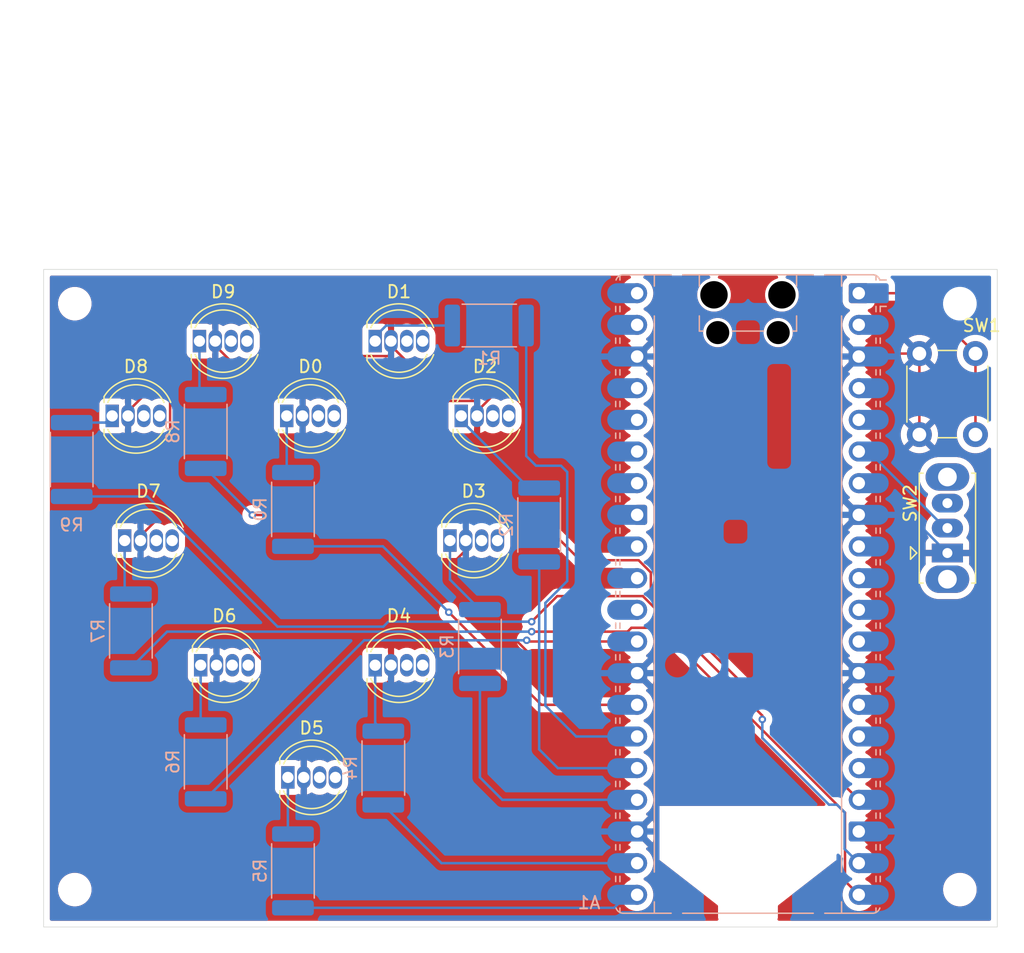
<source format=kicad_pcb>
(kicad_pcb (version 20241229) (generator "pcbnew") (generator_version "9.0")
  (layers (0 "F.Cu" signal) (2 "B.Cu" signal) (13 "F.Paste" user) (15 "B.Paste" user) (5 "F.SilkS" user "F.Silkscreen") (7 "B.SilkS" user "B.Silkscreen") (1 "F.Mask" user) (3 "B.Mask" user) (25 "Edge.Cuts" user))
  (net 0 "")
  (net 2 "RED7")
  (net 8 "RED4")
  (net 13 "RED6")
  (net 15 "RED3")
  (net 17 "RED1")
  (net 18 "RED0")
  (net 19 "RED2")
  (net 21 "RED5")
  (net 22 "GND")
  (net 41 "RED8")
  (net 42 "RED9")
  (net 45 "Net-(D0-RA)")
  (net 46 "Net-(D1-RA)")
  (net 47 "Net-(D2-RA)")
  (net 48 "Net-(D3-RA)")
  (net 49 "Net-(D4-RA)")
  (net 50 "Net-(D5-RA)")
  (net 51 "Net-(D6-RA)")
  (net 52 "Net-(D7-RA)")
  (net 53 "Net-(D8-RA)")
  (net 54 "Net-(D9-RA)")
  (net 59 "Net-(A1-GPIO0)")
  (net 64 "Net-(A1-GPIO4)")
  (footprint "LED_THT:LED_D5.0mm-4_RGB" (layer "F.Cu") (at 96.095 63)
    (property "Reference" "D5" (at 1.905 -3.96 0) (layer "F.SilkS"))
    (property "Value" "LED_RKGB")
    (pad "1" thru_hole rect (at 0 0) (size 1.07 1.8) (drill 0.9) (layers "*.Cu" "*.Mask") (net 50 "Net-(D5-RA)"))
    (pad "2" thru_hole oval (at 1.27 0) (size 1.07 1.8) (drill 0.9) (layers "*.Cu" "*.Mask") (net 22 "GND"))
    (pad "3" thru_hole oval (at 2.54 0) (size 1.07 1.8) (drill 0.9) (layers "*.Cu" "*.Mask"))
    (pad "4" thru_hole oval (at 3.81 0) (size 1.07 1.8) (drill 0.9) (layers "*.Cu" "*.Mask"))
  )
  (footprint "LED_THT:LED_D5.0mm-4_RGB" (layer "F.Cu") (at 89.095 54)
    (property "Reference" "D6" (at 1.905 -3.96 0) (layer "F.SilkS"))
    (property "Value" "LED_RKGB")
    (pad "1" thru_hole rect (at 0 0) (size 1.07 1.8) (drill 0.9) (layers "*.Cu" "*.Mask") (net 51 "Net-(D6-RA)"))
    (pad "2" thru_hole oval (at 1.27 0) (size 1.07 1.8) (drill 0.9) (layers "*.Cu" "*.Mask") (net 22 "GND"))
    (pad "3" thru_hole oval (at 2.54 0) (size 1.07 1.8) (drill 0.9) (layers "*.Cu" "*.Mask"))
    (pad "4" thru_hole oval (at 3.81 0) (size 1.07 1.8) (drill 0.9) (layers "*.Cu" "*.Mask"))
  )
  (footprint "LED_THT:LED_D5.0mm-4_RGB" (layer "F.Cu") (at 83 44)
    (property "Reference" "D7" (at 1.905 -3.96 0) (layer "F.SilkS"))
    (property "Value" "LED_RKGB")
    (pad "1" thru_hole rect (at 0 0) (size 1.07 1.8) (drill 0.9) (layers "*.Cu" "*.Mask") (net 52 "Net-(D7-RA)"))
    (pad "2" thru_hole oval (at 1.27 0) (size 1.07 1.8) (drill 0.9) (layers "*.Cu" "*.Mask") (net 22 "GND"))
    (pad "3" thru_hole oval (at 2.54 0) (size 1.07 1.8) (drill 0.9) (layers "*.Cu" "*.Mask"))
    (pad "4" thru_hole oval (at 3.81 0) (size 1.07 1.8) (drill 0.9) (layers "*.Cu" "*.Mask"))
  )
  (footprint "MountingHole:MountingHole_2.2mm_M2" (layer "F.Cu") (at 150 72)
    (property "Reference" "H3" (hide yes))
    (property "Value" "MountingHole")
    (pad "" np_thru_hole circle (at 0 0) (size 2.2 2.2) (drill 2.2) (layers "*.Cu" "*.Mask"))
  )
  (footprint "Button_Switch_THT:SW_PUSH_6mm_H4.3mm" (layer "F.Cu") (at 151.25 29 -90)
    (property "Reference" "SW1" (at -2.25 -0.5 180) (layer "F.SilkS"))
    (property "Value" "SW_Push")
    (pad "1" thru_hole circle (at 0 0) (size 2 2) (drill 1.1) (layers "*.Cu" "*.Mask") (net 59 "Net-(A1-GPIO0)"))
    (pad "1" thru_hole circle (at 6.5 0) (size 2 2) (drill 1.1) (layers "*.Cu" "*.Mask") (net 59 "Net-(A1-GPIO0)"))
    (pad "2" thru_hole circle (at 0 4.5) (size 2 2) (drill 1.1) (layers "*.Cu" "*.Mask") (net 22 "GND"))
    (pad "2" thru_hole circle (at 6.5 4.5) (size 2 2) (drill 1.1) (layers "*.Cu" "*.Mask") (net 22 "GND"))
  )
  (footprint "MountingHole:MountingHole_2.2mm_M2" (layer "F.Cu") (at 79 72)
    (property "Reference" "H2" (hide yes))
    (property "Value" "MountingHole")
    (pad "" np_thru_hole circle (at 0 0) (size 2.2 2.2) (drill 2.2) (layers "*.Cu" "*.Mask"))
  )
  (footprint "LED_THT:LED_D5.0mm-4_RGB" (layer "F.Cu") (at 82 34)
    (property "Reference" "D8" (at 1.905 -3.96 0) (layer "F.SilkS"))
    (property "Value" "LED_RKGB")
    (pad "1" thru_hole rect (at 0 0) (size 1.07 1.8) (drill 0.9) (layers "*.Cu" "*.Mask") (net 53 "Net-(D8-RA)"))
    (pad "2" thru_hole oval (at 1.27 0) (size 1.07 1.8) (drill 0.9) (layers "*.Cu" "*.Mask") (net 22 "GND"))
    (pad "3" thru_hole oval (at 2.54 0) (size 1.07 1.8) (drill 0.9) (layers "*.Cu" "*.Mask"))
    (pad "4" thru_hole oval (at 3.81 0) (size 1.07 1.8) (drill 0.9) (layers "*.Cu" "*.Mask"))
  )
  (footprint "LED_THT:LED_D5.0mm-4_RGB" (layer "F.Cu") (at 110 34)
    (property "Reference" "D2" (at 1.905 -3.96 0) (layer "F.SilkS"))
    (property "Value" "LED_RKGB")
    (pad "1" thru_hole rect (at 0 0) (size 1.07 1.8) (drill 0.9) (layers "*.Cu" "*.Mask") (net 47 "Net-(D2-RA)"))
    (pad "2" thru_hole oval (at 1.27 0) (size 1.07 1.8) (drill 0.9) (layers "*.Cu" "*.Mask") (net 22 "GND"))
    (pad "3" thru_hole oval (at 2.54 0) (size 1.07 1.8) (drill 0.9) (layers "*.Cu" "*.Mask"))
    (pad "4" thru_hole oval (at 3.81 0) (size 1.07 1.8) (drill 0.9) (layers "*.Cu" "*.Mask"))
  )
  (footprint "LED_THT:LED_D5.0mm-4_RGB" (layer "F.Cu") (at 103.095 28)
    (property "Reference" "D1" (at 1.905 -3.96 0) (layer "F.SilkS"))
    (property "Value" "LED_RKGB")
    (pad "1" thru_hole rect (at 0 0) (size 1.07 1.8) (drill 0.9) (layers "*.Cu" "*.Mask") (net 46 "Net-(D1-RA)"))
    (pad "2" thru_hole oval (at 1.27 0) (size 1.07 1.8) (drill 0.9) (layers "*.Cu" "*.Mask") (net 22 "GND"))
    (pad "3" thru_hole oval (at 2.54 0) (size 1.07 1.8) (drill 0.9) (layers "*.Cu" "*.Mask"))
    (pad "4" thru_hole oval (at 3.81 0) (size 1.07 1.8) (drill 0.9) (layers "*.Cu" "*.Mask"))
  )
  (footprint "Button_Switch_THT:SW_Slide_SPDT_Straight_CK_OS102011MS2Q" (layer "F.Cu") (at 149 45 90)
    (property "Reference" "SW2" (at 3.99 -2.99 90) (layer "F.SilkS"))
    (property "Value" "SW_Push")
    (pad "" thru_hole oval (at -2.1 0 90) (size 2.2 3.5) (drill 1.5) (layers "*.Cu" "*.Mask"))
    (pad "" thru_hole oval (at 6.1 0 90) (size 2.2 3.5) (drill 1.5) (layers "*.Cu" "*.Mask"))
    (pad "1" thru_hole rect (at 0 0 90) (size 1.5 2.5) (drill 0.8) (layers "*.Cu" "*.Mask") (net 22 "GND"))
    (pad "2" thru_hole oval (at 2 0 90) (size 1.5 2.5) (drill 0.8) (layers "*.Cu" "*.Mask") (net 64 "Net-(A1-GPIO4)"))
    (pad "3" thru_hole oval (at 4 0 90) (size 1.5 2.5) (drill 0.8) (layers "*.Cu" "*.Mask"))
  )
  (footprint "LED_THT:LED_D5.0mm-4_RGB" (layer "F.Cu") (at 89 28)
    (property "Reference" "D9" (at 1.905 -3.96 0) (layer "F.SilkS"))
    (property "Value" "LED_RKGB")
    (pad "1" thru_hole rect (at 0 0) (size 1.07 1.8) (drill 0.9) (layers "*.Cu" "*.Mask") (net 54 "Net-(D9-RA)"))
    (pad "2" thru_hole oval (at 1.27 0) (size 1.07 1.8) (drill 0.9) (layers "*.Cu" "*.Mask") (net 22 "GND"))
    (pad "3" thru_hole oval (at 2.54 0) (size 1.07 1.8) (drill 0.9) (layers "*.Cu" "*.Mask"))
    (pad "4" thru_hole oval (at 3.81 0) (size 1.07 1.8) (drill 0.9) (layers "*.Cu" "*.Mask"))
  )
  (footprint "LED_THT:LED_D5.0mm-4_RGB" (layer "F.Cu") (at 96 34)
    (property "Reference" "D0" (at 1.905 -3.96 0) (layer "F.SilkS"))
    (property "Value" "LED_RKGB")
    (pad "1" thru_hole rect (at 0 0) (size 1.07 1.8) (drill 0.9) (layers "*.Cu" "*.Mask") (net 45 "Net-(D0-RA)"))
    (pad "2" thru_hole oval (at 1.27 0) (size 1.07 1.8) (drill 0.9) (layers "*.Cu" "*.Mask") (net 22 "GND"))
    (pad "3" thru_hole oval (at 2.54 0) (size 1.07 1.8) (drill 0.9) (layers "*.Cu" "*.Mask"))
    (pad "4" thru_hole oval (at 3.81 0) (size 1.07 1.8) (drill 0.9) (layers "*.Cu" "*.Mask"))
  )
  (footprint "MountingHole:MountingHole_2.2mm_M2" (layer "F.Cu") (at 79 25)
    (property "Reference" "H1" (hide yes))
    (property "Value" "MountingHole")
    (pad "" np_thru_hole circle (at 0 0) (size 2.2 2.2) (drill 2.2) (layers "*.Cu" "*.Mask"))
  )
  (footprint "LED_THT:LED_D5.0mm-4_RGB" (layer "F.Cu") (at 109.095 44)
    (property "Reference" "D3" (at 1.905 -3.96 0) (layer "F.SilkS"))
    (property "Value" "LED_RKGB")
    (pad "1" thru_hole rect (at 0 0) (size 1.07 1.8) (drill 0.9) (layers "*.Cu" "*.Mask") (net 48 "Net-(D3-RA)"))
    (pad "2" thru_hole oval (at 1.27 0) (size 1.07 1.8) (drill 0.9) (layers "*.Cu" "*.Mask") (net 22 "GND"))
    (pad "3" thru_hole oval (at 2.54 0) (size 1.07 1.8) (drill 0.9) (layers "*.Cu" "*.Mask"))
    (pad "4" thru_hole oval (at 3.81 0) (size 1.07 1.8) (drill 0.9) (layers "*.Cu" "*.Mask"))
  )
  (footprint "LED_THT:LED_D5.0mm-4_RGB" (layer "F.Cu") (at 103.095 54)
    (property "Reference" "D4" (at 1.905 -3.96 0) (layer "F.SilkS"))
    (property "Value" "LED_RKGB")
    (pad "1" thru_hole rect (at 0 0) (size 1.07 1.8) (drill 0.9) (layers "*.Cu" "*.Mask") (net 49 "Net-(D4-RA)"))
    (pad "2" thru_hole oval (at 1.27 0) (size 1.07 1.8) (drill 0.9) (layers "*.Cu" "*.Mask") (net 22 "GND"))
    (pad "3" thru_hole oval (at 2.54 0) (size 1.07 1.8) (drill 0.9) (layers "*.Cu" "*.Mask"))
    (pad "4" thru_hole oval (at 3.81 0) (size 1.07 1.8) (drill 0.9) (layers "*.Cu" "*.Mask"))
  )
  (footprint "MountingHole:MountingHole_2.2mm_M2" (layer "F.Cu") (at 150 25)
    (property "Reference" "H4" (hide yes))
    (property "Value" "MountingHole")
    (pad "" np_thru_hole circle (at 0 0) (size 2.2 2.2) (drill 2.2) (layers "*.Cu" "*.Mask"))
  )
  (footprint "Resistor_SMD:R_2512_6332Metric" (layer "B.Cu") (at 78.75 37.5 -90)
    (property "Reference" "R9" (at 5.25 0 180) (layer "B.SilkS") (effects (justify mirror)))
    (property "Value" "560Ohm")
    (pad "1" smd roundrect (at -2.9625 0 270) (size 1.225 3.35) (layers "B.Cu" "B.Mask" "B.Paste") (roundrect_rratio 0.204082) (net 53 "Net-(D8-RA)"))
    (pad "2" smd roundrect (at 2.9625 0 270) (size 1.225 3.35) (layers "B.Cu" "B.Mask" "B.Paste") (roundrect_rratio 0.204082) (net 41 "RED8"))
  )
  (footprint "Resistor_SMD:R_2512_6332Metric" (layer "B.Cu") (at 96.5 70.5 -90)
    (property "Reference" "R5" (at 0 2.63 90) (layer "B.SilkS") (effects (justify mirror)))
    (property "Value" "560Ohm")
    (pad "1" smd roundrect (at -2.9625 0 270) (size 1.225 3.35) (layers "B.Cu" "B.Mask" "B.Paste") (roundrect_rratio 0.204082) (net 50 "Net-(D5-RA)"))
    (pad "2" smd roundrect (at 2.9625 0 270) (size 1.225 3.35) (layers "B.Cu" "B.Mask" "B.Paste") (roundrect_rratio 0.204082) (net 21 "RED5"))
  )
  (footprint "Resistor_SMD:R_2512_6332Metric" (layer "B.Cu") (at 83.5 51.25 -90)
    (property "Reference" "R7" (at 0 2.63 90) (layer "B.SilkS") (effects (justify mirror)))
    (property "Value" "560Ohm")
    (pad "1" smd roundrect (at -2.9625 0 270) (size 1.225 3.35) (layers "B.Cu" "B.Mask" "B.Paste") (roundrect_rratio 0.204082) (net 52 "Net-(D7-RA)"))
    (pad "2" smd roundrect (at 2.9625 0 270) (size 1.225 3.35) (layers "B.Cu" "B.Mask" "B.Paste") (roundrect_rratio 0.204082) (net 2 "RED7"))
  )
  (footprint "Resistor_SMD:R_2512_6332Metric" (layer "B.Cu") (at 89.5 35.25 -90)
    (property "Reference" "R8" (at 0 2.63 90) (layer "B.SilkS") (effects (justify mirror)))
    (property "Value" "560Ohm")
    (pad "1" smd roundrect (at -2.9625 0 270) (size 1.225 3.35) (layers "B.Cu" "B.Mask" "B.Paste") (roundrect_rratio 0.204082) (net 54 "Net-(D9-RA)"))
    (pad "2" smd roundrect (at 2.9625 0 270) (size 1.225 3.35) (layers "B.Cu" "B.Mask" "B.Paste") (roundrect_rratio 0.204082) (net 42 "RED9"))
  )
  (footprint "Resistor_SMD:R_2512_6332Metric" (layer "B.Cu") (at 112.25 26.75)
    (property "Reference" "R1" (at 0 2.63 0) (layer "B.SilkS") (effects (justify mirror)))
    (property "Value" "560Ohm")
    (pad "1" smd roundrect (at -2.9625 0) (size 1.225 3.35) (layers "B.Cu" "B.Mask" "B.Paste") (roundrect_rratio 0.204082) (net 46 "Net-(D1-RA)"))
    (pad "2" smd roundrect (at 2.9625 0) (size 1.225 3.35) (layers "B.Cu" "B.Mask" "B.Paste") (roundrect_rratio 0.204082) (net 17 "RED1"))
  )
  (footprint "Resistor_SMD:R_2512_6332Metric" (layer "B.Cu") (at 111.5 52.5 -90)
    (property "Reference" "R3" (at 0 2.63 90) (layer "B.SilkS") (effects (justify mirror)))
    (property "Value" "R_Small")
    (pad "1" smd roundrect (at -2.9625 0 270) (size 1.225 3.35) (layers "B.Cu" "B.Mask" "B.Paste") (roundrect_rratio 0.204082) (net 48 "Net-(D3-RA)"))
    (pad "2" smd roundrect (at 2.9625 0 270) (size 1.225 3.35) (layers "B.Cu" "B.Mask" "B.Paste") (roundrect_rratio 0.204082) (net 15 "RED3"))
  )
  (footprint "Resistor_SMD:R_2512_6332Metric" (layer "B.Cu") (at 89.5 61.75 -90)
    (property "Reference" "R6" (at 0 2.63 90) (layer "B.SilkS") (effects (justify mirror)))
    (property "Value" "560Ohm")
    (pad "1" smd roundrect (at -2.9625 0 270) (size 1.225 3.35) (layers "B.Cu" "B.Mask" "B.Paste") (roundrect_rratio 0.204082) (net 51 "Net-(D6-RA)"))
    (pad "2" smd roundrect (at 2.9625 0 270) (size 1.225 3.35) (layers "B.Cu" "B.Mask" "B.Paste") (roundrect_rratio 0.204082) (net 13 "RED6"))
  )
  (footprint "Resistor_SMD:R_2512_6332Metric" (layer "B.Cu") (at 116.25 42.75 -90)
    (property "Reference" "R2" (at 0 2.63 90) (layer "B.SilkS") (effects (justify mirror)))
    (property "Value" "560Ohm" (hide yes))
    (pad "1" smd roundrect (at -2.9625 0 270) (size 1.225 3.35) (layers "B.Cu" "B.Mask" "B.Paste") (roundrect_rratio 0.204082) (net 47 "Net-(D2-RA)"))
    (pad "2" smd roundrect (at 2.9625 0 270) (size 1.225 3.35) (layers "B.Cu" "B.Mask" "B.Paste") (roundrect_rratio 0.204082) (net 19 "RED2"))
  )
  (footprint "Resistor_SMD:R_2512_6332Metric" (layer "B.Cu") (at 103.75 62.25 -90)
    (property "Reference" "R4" (at 0 2.63 90) (layer "B.SilkS") (effects (justify mirror)))
    (property "Value" "560Ohm")
    (pad "1" smd roundrect (at -2.9625 0 270) (size 1.225 3.35) (layers "B.Cu" "B.Mask" "B.Paste") (roundrect_rratio 0.204082) (net 49 "Net-(D4-RA)"))
    (pad "2" smd roundrect (at 2.9625 0 270) (size 1.225 3.35) (layers "B.Cu" "B.Mask" "B.Paste") (roundrect_rratio 0.204082) (net 8 "RED4"))
  )
  (footprint "Resistor_SMD:R_2512_6332Metric" (layer "B.Cu") (at 96.5 41.5 -90)
    (property "Reference" "R0" (at 0 2.63 90) (layer "B.SilkS") (effects (justify mirror)))
    (property "Value" "560Ohm")
    (pad "1" smd roundrect (at -2.9625 0 270) (size 1.225 3.35) (layers "B.Cu" "B.Mask" "B.Paste") (roundrect_rratio 0.204082) (net 45 "Net-(D0-RA)"))
    (pad "2" smd roundrect (at 2.9625 0 270) (size 1.225 3.35) (layers "B.Cu" "B.Mask" "B.Paste") (roundrect_rratio 0.204082) (net 18 "RED0"))
  )
  (footprint "Module:RaspberryPi_Pico_Common_Unspecified" (layer "B.Cu") (at 133 48.2875 180)
    (property "Reference" "A1" (at 11.7475 -24.765 0) (layer "B.SilkS") (effects (justify left mirror)))
    (property "Value" "RaspberryPi_Pico")
    (pad "" np_thru_hole circle (at -2.725 24 180) (size 2.2 2.2) (drill 2.2) (layers "*.Mask"))
    (pad "" np_thru_hole circle (at -2.425 20.97 180) (size 1.85 1.85) (drill 1.85) (layers "*.Mask"))
    (pad "" np_thru_hole circle (at 2.425 20.97 180) (size 1.85 1.85) (drill 1.85) (layers "*.Mask"))
    (pad "" np_thru_hole circle (at 2.725 24 180) (size 2.2 2.2) (drill 2.2) (layers "*.Mask"))
    (pad "1" smd custom (at -9.69 24.13 180) (size 1.6 0.8) (layers "B.Cu" "B.Mask") (net 59 "Net-(A1-GPIO0)") (options (clearance outline) (anchor rect)) (primitives (gr_circle (center 0.8 0) (end 1.6 0) (width 0) (fill yes)) (gr_poly (pts (xy -1.6 0.6) (xy -1.6 -0.6) (xy -1.4 -0.8) (xy 0.8 -0.8) (xy 0.8 0.8) (xy -1.4 0.8)) (width 0) (fill yes)) (gr_circle (center -1.4 0.6) (end -1.2 0.6) (width 0) (fill yes)) (gr_circle (center -1.4 -0.6) (end -1.2 -0.6) (width 0) (fill yes))))
    (pad "1" thru_hole roundrect (at -8.89 24.13 180) (size 1.6 1.6) (drill 1) (layers "*.Cu" "*.Mask") (roundrect_rratio 0.125) (net 59 "Net-(A1-GPIO0)"))
    (pad "2" smd roundrect (at -9.69 21.59 180) (size 3.2 1.6) (layers "B.Cu" "B.Mask") (roundrect_rratio 0.5))
    (pad "2" thru_hole circle (at -8.89 21.59 180) (size 1.6 1.6) (drill 1) (layers "*.Cu" "*.Mask"))
    (pad "3" smd custom (at -9.69 19.05 180) (size 1.6 0.8) (layers "B.Cu" "B.Mask") (net 22 "GND") (options (clearance outline) (anchor rect)) (primitives (gr_circle (center -0.8 0) (end 0 0) (width 0) (fill yes)) (gr_poly (pts (xy 1.6 0.6) (xy 1.6 -0.6) (xy 1.4 -0.8) (xy -0.8 -0.8) (xy -0.8 0.8) (xy 1.4 0.8)) (width 0) (fill yes)) (gr_circle (center 1.4 0.6) (end 1.6 0.6) (width 0) (fill yes)) (gr_circle (center 1.4 -0.6) (end 1.6 -0.6) (width 0) (fill yes))))
    (pad "3" thru_hole custom (at -8.89 19.05 180) (size 1.6 1.6) (drill 1) (layers "*.Cu" "*.Mask") (net 22 "GND") (options (clearance outline) (anchor circle)) (primitives (gr_poly (pts (xy 0.8 -0.6) (xy 0.8 0.6) (xy 0.6 0.8) (xy 0 0.8) (xy 0 -0.8) (xy 0.6 -0.8)) (width 0) (fill yes)) (gr_circle (center 0.6 -0.6) (end 0.8 -0.6) (width 0) (fill yes)) (gr_circle (center 0.6 0.6) (end 0.8 0.6) (width 0) (fill yes))))
    (pad "4" smd roundrect (at -9.69 16.51 180) (size 3.2 1.6) (layers "B.Cu" "B.Mask") (roundrect_rratio 0.5))
    (pad "4" thru_hole circle (at -8.89 16.51 180) (size 1.6 1.6) (drill 1) (layers "*.Cu" "*.Mask"))
    (pad "5" smd roundrect (at -9.69 13.97 180) (size 3.2 1.6) (layers "B.Cu" "B.Mask") (roundrect_rratio 0.5))
    (pad "5" thru_hole circle (at -8.89 13.97 180) (size 1.6 1.6) (drill 1) (layers "*.Cu" "*.Mask"))
    (pad "6" smd roundrect (at -9.69 11.43 180) (size 3.2 1.6) (layers "B.Cu" "B.Mask") (roundrect_rratio 0.5) (net 64 "Net-(A1-GPIO4)"))
    (pad "6" thru_hole circle (at -8.89 11.43 180) (size 1.6 1.6) (drill 1) (layers "*.Cu" "*.Mask") (net 64 "Net-(A1-GPIO4)"))
    (pad "7" smd roundrect (at -9.69 8.89 180) (size 3.2 1.6) (layers "B.Cu" "B.Mask") (roundrect_rratio 0.5))
    (pad "7" thru_hole circle (at -8.89 8.89 180) (size 1.6 1.6) (drill 1) (layers "*.Cu" "*.Mask"))
    (pad "8" smd custom (at -9.69 6.35 180) (size 1.6 0.8) (layers "B.Cu" "B.Mask") (net 22 "GND") (options (clearance outline) (anchor rect)) (primitives (gr_circle (center -0.8 0) (end 0 0) (width 0) (fill yes)) (gr_poly (pts (xy 1.6 0.6) (xy 1.6 -0.6) (xy 1.4 -0.8) (xy -0.8 -0.8) (xy -0.8 0.8) (xy 1.4 0.8)) (width 0) (fill yes)) (gr_circle (center 1.4 0.6) (end 1.6 0.6) (width 0) (fill yes)) (gr_circle (center 1.4 -0.6) (end 1.6 -0.6) (width 0) (fill yes))))
    (pad "8" thru_hole custom (at -8.89 6.35 180) (size 1.6 1.6) (drill 1) (layers "*.Cu" "*.Mask") (net 22 "GND") (options (clearance outline) (anchor circle)) (primitives (gr_poly (pts (xy 0.8 -0.6) (xy 0.8 0.6) (xy 0.6 0.8) (xy 0 0.8) (xy 0 -0.8) (xy 0.6 -0.8)) (width 0) (fill yes)) (gr_circle (center 0.6 -0.6) (end 0.8 -0.6) (width 0) (fill yes)) (gr_circle (center 0.6 0.6) (end 0.8 0.6) (width 0) (fill yes))))
    (pad "9" smd roundrect (at -9.69 3.81 180) (size 3.2 1.6) (layers "B.Cu" "B.Mask") (roundrect_rratio 0.5))
    (pad "9" thru_hole circle (at -8.89 3.81 180) (size 1.6 1.6) (drill 1) (layers "*.Cu" "*.Mask"))
    (pad "10" smd roundrect (at -9.69 1.27 180) (size 3.2 1.6) (layers "B.Cu" "B.Mask") (roundrect_rratio 0.5))
    (pad "10" thru_hole circle (at -8.89 1.27 180) (size 1.6 1.6) (drill 1) (layers "*.Cu" "*.Mask"))
    (pad "11" smd roundrect (at -9.69 -1.27 180) (size 3.2 1.6) (layers "B.Cu" "B.Mask") (roundrect_rratio 0.5))
    (pad "11" thru_hole circle (at -8.89 -1.27 180) (size 1.6 1.6) (drill 1) (layers "*.Cu" "*.Mask"))
    (pad "12" smd roundrect (at -9.69 -3.81 180) (size 3.2 1.6) (layers "B.Cu" "B.Mask") (roundrect_rratio 0.5))
    (pad "12" thru_hole circle (at -8.89 -3.81 180) (size 1.6 1.6) (drill 1) (layers "*.Cu" "*.Mask"))
    (pad "13" smd custom (at -9.69 -6.35 180) (size 1.6 0.8) (layers "B.Cu" "B.Mask") (net 22 "GND") (options (clearance outline) (anchor rect)) (primitives (gr_circle (center -0.8 0) (end 0 0) (width 0) (fill yes)) (gr_poly (pts (xy 1.6 0.6) (xy 1.6 -0.6) (xy 1.4 -0.8) (xy -0.8 -0.8) (xy -0.8 0.8) (xy 1.4 0.8)) (width 0) (fill yes)) (gr_circle (center 1.4 0.6) (end 1.6 0.6) (width 0) (fill yes)) (gr_circle (center 1.4 -0.6) (end 1.6 -0.6) (width 0) (fill yes))))
    (pad "13" thru_hole custom (at -8.89 -6.35 180) (size 1.6 1.6) (drill 1) (layers "*.Cu" "*.Mask") (net 22 "GND") (options (clearance outline) (anchor circle)) (primitives (gr_poly (pts (xy 0.8 -0.6) (xy 0.8 0.6) (xy 0.6 0.8) (xy 0 0.8) (xy 0 -0.8) (xy 0.6 -0.8)) (width 0) (fill yes)) (gr_circle (center 0.6 -0.6) (end 0.8 -0.6) (width 0) (fill yes)) (gr_circle (center 0.6 0.6) (end 0.8 0.6) (width 0) (fill yes))))
    (pad "14" smd roundrect (at -9.69 -8.89 180) (size 3.2 1.6) (layers "B.Cu" "B.Mask") (roundrect_rratio 0.5))
    (pad "14" thru_hole circle (at -8.89 -8.89 180) (size 1.6 1.6) (drill 1) (layers "*.Cu" "*.Mask"))
    (pad "15" smd roundrect (at -9.69 -11.43 180) (size 3.2 1.6) (layers "B.Cu" "B.Mask") (roundrect_rratio 0.5))
    (pad "15" thru_hole circle (at -8.89 -11.43 180) (size 1.6 1.6) (drill 1) (layers "*.Cu" "*.Mask"))
    (pad "16" smd roundrect (at -9.69 -13.97 180) (size 3.2 1.6) (layers "B.Cu" "B.Mask") (roundrect_rratio 0.5))
    (pad "16" thru_hole circle (at -8.89 -13.97 180) (size 1.6 1.6) (drill 1) (layers "*.Cu" "*.Mask"))
    (pad "17" smd roundrect (at -9.69 -16.51 180) (size 3.2 1.6) (layers "B.Cu" "B.Mask") (roundrect_rratio 0.5) (net 42 "RED9"))
    (pad "17" thru_hole circle (at -8.89 -16.51 180) (size 1.6 1.6) (drill 1) (layers "*.Cu" "*.Mask") (net 42 "RED9"))
    (pad "18" smd custom (at -9.69 -19.05 180) (size 1.6 0.8) (layers "B.Cu" "B.Mask") (net 22 "GND") (options (clearance outline) (anchor rect)) (primitives (gr_circle (center -0.8 0) (end 0 0) (width 0) (fill yes)) (gr_poly (pts (xy 1.6 0.6) (xy 1.6 -0.6) (xy 1.4 -0.8) (xy -0.8 -0.8) (xy -0.8 0.8) (xy 1.4 0.8)) (width 0) (fill yes)) (gr_circle (center 1.4 0.6) (end 1.6 0.6) (width 0) (fill yes)) (gr_circle (center 1.4 -0.6) (end 1.6 -0.6) (width 0) (fill yes))))
    (pad "18" thru_hole custom (at -8.89 -19.05 180) (size 1.6 1.6) (drill 1) (layers "*.Cu" "*.Mask") (net 22 "GND") (options (clearance outline) (anchor circle)) (primitives (gr_poly (pts (xy 0.8 -0.6) (xy 0.8 0.6) (xy 0.6 0.8) (xy 0 0.8) (xy 0 -0.8) (xy 0.6 -0.8)) (width 0) (fill yes)) (gr_circle (center 0.6 -0.6) (end 0.8 -0.6) (width 0) (fill yes)) (gr_circle (center 0.6 0.6) (end 0.8 0.6) (width 0) (fill yes))))
    (pad "19" smd roundrect (at -9.69 -21.59 180) (size 3.2 1.6) (layers "B.Cu" "B.Mask") (roundrect_rratio 0.5) (net 41 "RED8"))
    (pad "19" thru_hole circle (at -8.89 -21.59 180) (size 1.6 1.6) (drill 1) (layers "*.Cu" "*.Mask") (net 41 "RED8"))
    (pad "20" smd roundrect (at -9.69 -24.13 180) (size 3.2 1.6) (layers "B.Cu" "B.Mask") (roundrect_rratio 0.5) (net 2 "RED7"))
    (pad "20" thru_hole circle (at -8.89 -24.13 180) (size 1.6 1.6) (drill 1) (layers "*.Cu" "*.Mask") (net 2 "RED7"))
    (pad "21" thru_hole circle (at 8.89 -24.13 180) (size 1.6 1.6) (drill 1) (layers "*.Cu" "*.Mask") (net 21 "RED5"))
    (pad "21" smd roundrect (at 9.69 -24.13 180) (size 3.2 1.6) (layers "B.Cu" "B.Mask") (roundrect_rratio 0.5) (net 21 "RED5"))
    (pad "22" thru_hole circle (at 8.89 -21.59 180) (size 1.6 1.6) (drill 1) (layers "*.Cu" "*.Mask") (net 8 "RED4"))
    (pad "22" smd roundrect (at 9.69 -21.59 180) (size 3.2 1.6) (layers "B.Cu" "B.Mask") (roundrect_rratio 0.5) (net 8 "RED4"))
    (pad "23" thru_hole custom (at 8.89 -19.05 180) (size 1.6 1.6) (drill 1) (layers "*.Cu" "*.Mask") (net 22 "GND") (options (clearance outline) (anchor circle)) (primitives (gr_poly (pts (xy -0.8 -0.6) (xy -0.8 0.6) (xy -0.6 0.8) (xy 0 0.8) (xy 0 -0.8) (xy -0.6 -0.8)) (width 0) (fill yes)) (gr_circle (center -0.6 -0.6) (end -0.4 -0.6) (width 0) (fill yes)) (gr_circle (center -0.6 0.6) (end -0.4 0.6) (width 0) (fill yes))))
    (pad "23" smd custom (at 9.69 -19.05 180) (size 1.6 0.8) (layers "B.Cu" "B.Mask") (net 22 "GND") (options (clearance outline) (anchor rect)) (primitives (gr_circle (center 0.8 0) (end 1.6 0) (width 0) (fill yes)) (gr_poly (pts (xy -1.6 0.6) (xy -1.6 -0.6) (xy -1.4 -0.8) (xy 0.8 -0.8) (xy 0.8 0.8) (xy -1.4 0.8)) (width 0) (fill yes)) (gr_circle (center -1.4 0.6) (end -1.2 0.6) (width 0) (fill yes)) (gr_circle (center -1.4 -0.6) (end -1.2 -0.6) (width 0) (fill yes))))
    (pad "24" thru_hole circle (at 8.89 -16.51 180) (size 1.6 1.6) (drill 1) (layers "*.Cu" "*.Mask") (net 15 "RED3"))
    (pad "24" smd roundrect (at 9.69 -16.51 180) (size 3.2 1.6) (layers "B.Cu" "B.Mask") (roundrect_rratio 0.5) (net 15 "RED3"))
    (pad "25" thru_hole circle (at 8.89 -13.97 180) (size 1.6 1.6) (drill 1) (layers "*.Cu" "*.Mask") (net 19 "RED2"))
    (pad "25" smd roundrect (at 9.69 -13.97 180) (size 3.2 1.6) (layers "B.Cu" "B.Mask") (roundrect_rratio 0.5) (net 19 "RED2"))
    (pad "26" thru_hole circle (at 8.89 -11.43 180) (size 1.6 1.6) (drill 1) (layers "*.Cu" "*.Mask") (net 17 "RED1"))
    (pad "26" smd roundrect (at 9.69 -11.43 180) (size 3.2 1.6) (layers "B.Cu" "B.Mask") (roundrect_rratio 0.5) (net 17 "RED1"))
    (pad "27" thru_hole circle (at 8.89 -8.89 180) (size 1.6 1.6) (drill 1) (layers "*.Cu" "*.Mask") (net 18 "RED0"))
    (pad "27" smd roundrect (at 9.69 -8.89 180) (size 3.2 1.6) (layers "B.Cu" "B.Mask") (roundrect_rratio 0.5) (net 18 "RED0"))
    (pad "28" thru_hole custom (at 8.89 -6.35 180) (size 1.6 1.6) (drill 1) (layers "*.Cu" "*.Mask") (net 22 "GND") (options (clearance outline) (anchor circle)) (primitives (gr_poly (pts (xy -0.8 -0.6) (xy -0.8 0.6) (xy -0.6 0.8) (xy 0 0.8) (xy 0 -0.8) (xy -0.6 -0.8)) (width 0) (fill yes)) (gr_circle (center -0.6 -0.6) (end -0.4 -0.6) (width 0) (fill yes)) (gr_circle (center -0.6 0.6) (end -0.4 0.6) (width 0) (fill yes))))
    (pad "28" smd custom (at 9.69 -6.35 180) (size 1.6 0.8) (layers "B.Cu" "B.Mask") (net 22 "GND") (options (clearance outline) (anchor rect)) (primitives (gr_circle (center 0.8 0) (end 1.6 0) (width 0) (fill yes)) (gr_poly (pts (xy -1.6 0.6) (xy -1.6 -0.6) (xy -1.4 -0.8) (xy 0.8 -0.8) (xy 0.8 0.8) (xy -1.4 0.8)) (width 0) (fill yes)) (gr_circle (center -1.4 0.6) (end -1.2 0.6) (width 0) (fill yes)) (gr_circle (center -1.4 -0.6) (end -1.2 -0.6) (width 0) (fill yes))))
    (pad "29" thru_hole circle (at 8.89 -3.81 180) (size 1.6 1.6) (drill 1) (layers "*.Cu" "*.Mask") (net 13 "RED6"))
    (pad "29" smd roundrect (at 9.69 -3.81 180) (size 3.2 1.6) (layers "B.Cu" "B.Mask") (roundrect_rratio 0.5) (net 13 "RED6"))
    (pad "30" thru_hole circle (at 8.89 -1.27 180) (size 1.6 1.6) (drill 1) (layers "*.Cu" "*.Mask"))
    (pad "30" smd roundrect (at 9.69 -1.27 180) (size 3.2 1.6) (layers "B.Cu" "B.Mask") (roundrect_rratio 0.5))
    (pad "31" thru_hole circle (at 8.89 1.27 180) (size 1.6 1.6) (drill 1) (layers "*.Cu" "*.Mask"))
    (pad "31" smd roundrect (at 9.69 1.27 180) (size 3.2 1.6) (layers "B.Cu" "B.Mask") (roundrect_rratio 0.5))
    (pad "32" thru_hole circle (at 8.89 3.81 180) (size 1.6 1.6) (drill 1) (layers "*.Cu" "*.Mask"))
    (pad "32" smd roundrect (at 9.69 3.81 180) (size 3.2 1.6) (layers "B.Cu" "B.Mask") (roundrect_rratio 0.5))
    (pad "33" thru_hole custom (at 8.89 6.35 180) (size 1.6 1.6) (drill 1) (layers "*.Cu" "*.Mask") (options (clearance outline) (anchor circle)) (primitives (gr_poly (pts (xy -0.8 -0.6) (xy -0.8 0.6) (xy -0.6 0.8) (xy 0 0.8) (xy 0 -0.8) (xy -0.6 -0.8)) (width 0) (fill yes)) (gr_circle (center -0.6 -0.6) (end -0.4 -0.6) (width 0) (fill yes)) (gr_circle (center -0.6 0.6) (end -0.4 0.6) (width 0) (fill yes))))
    (pad "33" smd custom (at 9.69 6.35 180) (size 1.6 0.8) (layers "B.Cu" "B.Mask") (options (clearance outline) (anchor rect)) (primitives (gr_circle (center 0.8 0) (end 1.6 0) (width 0) (fill yes)) (gr_poly (pts (xy -1.6 0.6) (xy -1.6 -0.6) (xy -1.4 -0.8) (xy 0.8 -0.8) (xy 0.8 0.8) (xy -1.4 0.8)) (width 0) (fill yes)) (gr_circle (center -1.4 0.6) (end -1.2 0.6) (width 0) (fill yes)) (gr_circle (center -1.4 -0.6) (end -1.2 -0.6) (width 0) (fill yes))))
    (pad "34" thru_hole circle (at 8.89 8.89 180) (size 1.6 1.6) (drill 1) (layers "*.Cu" "*.Mask"))
    (pad "34" smd roundrect (at 9.69 8.89 180) (size 3.2 1.6) (layers "B.Cu" "B.Mask") (roundrect_rratio 0.5))
    (pad "35" thru_hole circle (at 8.89 11.43 180) (size 1.6 1.6) (drill 1) (layers "*.Cu" "*.Mask"))
    (pad "35" smd roundrect (at 9.69 11.43 180) (size 3.2 1.6) (layers "B.Cu" "B.Mask") (roundrect_rratio 0.5))
    (pad "36" thru_hole circle (at 8.89 13.97 180) (size 1.6 1.6) (drill 1) (layers "*.Cu" "*.Mask"))
    (pad "36" smd roundrect (at 9.69 13.97 180) (size 3.2 1.6) (layers "B.Cu" "B.Mask") (roundrect_rratio 0.5))
    (pad "37" thru_hole circle (at 8.89 16.51 180) (size 1.6 1.6) (drill 1) (layers "*.Cu" "*.Mask"))
    (pad "37" smd roundrect (at 9.69 16.51 180) (size 3.2 1.6) (layers "B.Cu" "B.Mask") (roundrect_rratio 0.5))
    (pad "38" thru_hole custom (at 8.89 19.05 180) (size 1.6 1.6) (drill 1) (layers "*.Cu" "*.Mask") (net 22 "GND") (options (clearance outline) (anchor circle)) (primitives (gr_poly (pts (xy -0.8 -0.6) (xy -0.8 0.6) (xy -0.6 0.8) (xy 0 0.8) (xy 0 -0.8) (xy -0.6 -0.8)) (width 0) (fill yes)) (gr_circle (center -0.6 -0.6) (end -0.4 -0.6) (width 0) (fill yes)) (gr_circle (center -0.6 0.6) (end -0.4 0.6) (width 0) (fill yes))))
    (pad "38" smd custom (at 9.69 19.05 180) (size 1.6 0.8) (layers "B.Cu" "B.Mask") (net 22 "GND") (options (clearance outline) (anchor rect)) (primitives (gr_circle (center 0.8 0) (end 1.6 0) (width 0) (fill yes)) (gr_poly (pts (xy -1.6 0.6) (xy -1.6 -0.6) (xy -1.4 -0.8) (xy 0.8 -0.8) (xy 0.8 0.8) (xy -1.4 0.8)) (width 0) (fill yes)) (gr_circle (center -1.4 0.6) (end -1.2 0.6) (width 0) (fill yes)) (gr_circle (center -1.4 -0.6) (end -1.2 -0.6) (width 0) (fill yes))))
    (pad "39" thru_hole circle (at 8.89 21.59 180) (size 1.6 1.6) (drill 1) (layers "*.Cu" "*.Mask"))
    (pad "39" smd roundrect (at 9.69 21.59 180) (size 3.2 1.6) (layers "B.Cu" "B.Mask") (roundrect_rratio 0.5))
    (pad "40" thru_hole circle (at 8.89 24.13 180) (size 1.6 1.6) (drill 1) (layers "*.Cu" "*.Mask"))
    (pad "40" smd roundrect (at 9.69 24.13 180) (size 3.2 1.6) (layers "B.Cu" "B.Mask") (roundrect_rratio 0.5))
    (zone (net 0) (net_name "") (layers "F.Cu" "B.Cu" "F.Paste" "B.Paste") (name "Antenna Copper Keep Out") (connect_pads (clearance 0)) (min_thickness 0.254)
      (keepout (tracks not_allowed) (vias not_allowed) (pads not_allowed) (copperpour not_allowed) (footprints allowed))
      (fill (thermal_gap 0.508) (thermal_bridge_width 0.508))
      (polygon (pts (xy 135.4 73.277395) (xy 140.1 69.627395) (xy 140.1 65.2875) (xy 125.9 65.2875) (xy 125.9 69.627395) (xy 130.6 73.277395) (xy 130.6 74.2875) (xy 135.4 74.2875)))
    )
    (zone (net 0) (net_name "") (layers "B.Cu" "B.Paste") (name "Pad Keep Out D1-W") (connect_pads (clearance 0)) (min_thickness 0.25)
      (keepout (tracks not_allowed) (vias not_allowed) (pads not_allowed) (copperpour not_allowed) (footprints allowed))
      (fill (thermal_gap 0.5) (thermal_bridge_width 0.5))
      (polygon (pts (xy 131.6285 54.9749) (xy 132.4159 54.9749) (xy 132.4159 53.0001) (xy 131.6285 53.0001) (xy 131.5891 53.002022) (xy 131.516298 53.032177) (xy 131.460577 53.087898) (xy 131.430422 53.1607) (xy 131.4285 53.2001) (xy 131.4285 54.7749) (xy 131.430422 54.8143) (xy 131.460577 54.887102) (xy 131.516298 54.942823) (xy 131.5891 54.972978)))
    )
    (zone (net 0) (net_name "") (layers "B.Cu" "B.Paste") (name "Pad Keep Out D1-W") (connect_pads (clearance 0)) (min_thickness 0.25)
      (keepout (tracks not_allowed) (vias not_allowed) (pads not_allowed) (copperpour not_allowed) (footprints allowed))
      (fill (thermal_gap 0.5) (thermal_bridge_width 0.5))
      (polygon (pts (xy 133.371222 53.087898) (xy 133.315502 53.032178) (xy 133.2427 53.002022) (xy 133.2033 53.0001) (xy 132.4159 53.0001) (xy 132.4159 54.9749) (xy 133.2033 54.9749) (xy 133.2427 54.972978) (xy 133.315502 54.942822) (xy 133.371222 54.887102) (xy 133.401378 54.8143) (xy 133.4033 54.7749) (xy 133.4033 53.2001) (xy 133.401378 53.1607)))
    )
    (zone (net 0) (net_name "") (layers "B.Cu" "B.Paste") (name "Pad Keep Out TP2") (connect_pads (clearance 0)) (min_thickness 0.25)
      (keepout (tracks not_allowed) (vias not_allowed) (pads not_allowed) (copperpour not_allowed) (footprints allowed))
      (fill (thermal_gap 0.5) (thermal_bridge_width 0.5))
      (polygon (pts (xy 132 24.9525) (xy 131.55 24.9525) (xy 131.484455 24.950361) (xy 131.357833 24.916433) (xy 131.244306 24.850888) (xy 131.151612 24.758194) (xy 131.086067 24.644667) (xy 131.052139 24.518045) (xy 131.05 24.4525) (xy 131.05 23.5525) (xy 131.052139 23.486955) (xy 131.086067 23.360333) (xy 131.151612 23.246806) (xy 131.244306 23.154112) (xy 131.357833 23.088567) (xy 131.484455 23.054639) (xy 131.55 23.0525) (xy 132 23.0525)))
    )
    (zone (net 0) (net_name "") (layers "B.Cu" "B.Paste") (name "Pad Keep Out TP7") (connect_pads (clearance 0)) (min_thickness 0.25)
      (keepout (tracks not_allowed) (vias not_allowed) (pads not_allowed) (copperpour not_allowed) (footprints allowed))
      (fill (thermal_gap 0.5) (thermal_bridge_width 0.5))
      (polygon (pts (xy 132 44.2375) (xy 131.55 44.2375) (xy 131.484455 44.235361) (xy 131.357833 44.201433) (xy 131.244306 44.135888) (xy 131.151612 44.043194) (xy 131.086067 43.929667) (xy 131.052139 43.803045) (xy 131.05 43.7375) (xy 131.05 42.8375) (xy 131.052139 42.771955) (xy 131.086067 42.645333) (xy 131.151612 42.531806) (xy 131.244306 42.439112) (xy 131.357833 42.373567) (xy 131.484455 42.339639) (xy 131.55 42.3375) (xy 132 42.3375)))
    )
    (zone (net 0) (net_name "") (layers "B.Cu" "B.Paste") (name "Pad Keep Out TP2") (connect_pads (clearance 0)) (min_thickness 0.25)
      (keepout (tracks not_allowed) (vias not_allowed) (pads not_allowed) (copperpour not_allowed) (footprints allowed))
      (fill (thermal_gap 0.5) (thermal_bridge_width 0.5))
      (polygon (pts (xy 132.947861 23.486955) (xy 132.913932 23.360333) (xy 132.848388 23.246806) (xy 132.755694 23.154112) (xy 132.642167 23.088568) (xy 132.515545 23.054639) (xy 132.45 23.0525) (xy 132 23.0525) (xy 132 24.9525) (xy 132.45 24.9525) (xy 132.515545 24.950361) (xy 132.642167 24.916432) (xy 132.755694 24.850888) (xy 132.848388 24.758194) (xy 132.913932 24.644667) (xy 132.947861 24.518045) (xy 132.95 24.4525) (xy 132.95 23.5525)))
    )
    (zone (net 0) (net_name "") (layers "B.Cu" "B.Paste") (name "Pad Keep Out TP7") (connect_pads (clearance 0)) (min_thickness 0.25)
      (keepout (tracks not_allowed) (vias not_allowed) (pads not_allowed) (copperpour not_allowed) (footprints allowed))
      (fill (thermal_gap 0.5) (thermal_bridge_width 0.5))
      (polygon (pts (xy 132.947861 42.771955) (xy 132.913932 42.645333) (xy 132.848388 42.531806) (xy 132.755694 42.439112) (xy 132.642167 42.373568) (xy 132.515545 42.339639) (xy 132.45 42.3375) (xy 132 42.3375) (xy 132 44.2375) (xy 132.45 44.2375) (xy 132.515545 44.235361) (xy 132.642167 44.201432) (xy 132.755694 44.135888) (xy 132.848388 44.043194) (xy 132.913932 43.929667) (xy 132.947861 43.803045) (xy 132.95 43.7375) (xy 132.95 42.8375)))
    )
    (zone (net 0) (net_name "") (layers "B.Cu" "B.Paste") (name "Pad Keep Out TP1") (connect_pads (clearance 0)) (min_thickness 0.25)
      (keepout (tracks not_allowed) (vias not_allowed) (pads not_allowed) (copperpour not_allowed) (footprints allowed))
      (fill (thermal_gap 0.5) (thermal_bridge_width 0.5))
      (polygon (pts (xy 133 28.2375) (xy 132.55 28.2375) (xy 132.484455 28.235361) (xy 132.357833 28.201433) (xy 132.244306 28.135888) (xy 132.151612 28.043194) (xy 132.086067 27.929667) (xy 132.052139 27.803045) (xy 132.05 27.7375) (xy 132.05 26.8375) (xy 132.052139 26.771955) (xy 132.086067 26.645333) (xy 132.151612 26.531806) (xy 132.244306 26.439112) (xy 132.357833 26.373567) (xy 132.484455 26.339639) (xy 132.55 26.3375) (xy 133 26.3375)))
    )
    (zone (net 0) (net_name "") (layers "B.Cu" "B.Paste") (name "Pad Keep Out TP1") (connect_pads (clearance 0)) (min_thickness 0.25)
      (keepout (tracks not_allowed) (vias not_allowed) (pads not_allowed) (copperpour not_allowed) (footprints allowed))
      (fill (thermal_gap 0.5) (thermal_bridge_width 0.5))
      (polygon (pts (xy 133.947861 26.771955) (xy 133.913932 26.645333) (xy 133.848388 26.531806) (xy 133.755694 26.439112) (xy 133.642167 26.373568) (xy 133.515545 26.339639) (xy 133.45 26.3375) (xy 133 26.3375) (xy 133 28.2375) (xy 133.45 28.2375) (xy 133.515545 28.235361) (xy 133.642167 28.201432) (xy 133.755694 28.135888) (xy 133.848388 28.043194) (xy 133.913932 27.929667) (xy 133.947861 27.803045) (xy 133.95 27.7375) (xy 133.95 26.8375)))
    )
    (zone (net 0) (net_name "") (layers "B.Cu" "B.Paste") (name "Pad Keep Out TP3") (connect_pads (clearance 0)) (min_thickness 0.25)
      (keepout (tracks not_allowed) (vias not_allowed) (pads not_allowed) (copperpour not_allowed) (footprints allowed))
      (fill (thermal_gap 0.5) (thermal_bridge_width 0.5))
      (polygon (pts (xy 134 24.9375) (xy 133.55 24.9375) (xy 133.484455 24.935361) (xy 133.357833 24.901433) (xy 133.244306 24.835888) (xy 133.151612 24.743194) (xy 133.086067 24.629667) (xy 133.052139 24.503045) (xy 133.05 24.4375) (xy 133.05 23.5375) (xy 133.052139 23.471955) (xy 133.086067 23.345333) (xy 133.151612 23.231806) (xy 133.244306 23.139112) (xy 133.357833 23.073567) (xy 133.484455 23.039639) (xy 133.55 23.0375) (xy 134 23.0375)))
    )
    (zone (net 0) (net_name "") (layers "B.Cu" "B.Paste") (name "Pad Keep Out TP4") (connect_pads (clearance 0)) (min_thickness 0.25)
      (keepout (tracks not_allowed) (vias not_allowed) (pads not_allowed) (copperpour not_allowed) (footprints allowed))
      (fill (thermal_gap 0.5) (thermal_bridge_width 0.5))
      (polygon (pts (xy 134.55 34.0375) (xy 134.55 30.3375) (xy 134.552139 30.271955) (xy 134.586067 30.145333) (xy 134.651612 30.031806) (xy 134.744306 29.939112) (xy 134.857833 29.873567) (xy 134.984455 29.839639) (xy 135.05 29.8375) (xy 135.95 29.8375) (xy 136.015545 29.839639) (xy 136.142167 29.873567) (xy 136.255694 29.939112) (xy 136.348388 30.031806) (xy 136.413933 30.145333) (xy 136.447861 30.271955) (xy 136.45 30.3375) (xy 136.45 34.0375)))
    )
    (zone (net 0) (net_name "") (layers "B.Cu" "B.Paste") (name "Pad Keep Out TP3") (connect_pads (clearance 0)) (min_thickness 0.25)
      (keepout (tracks not_allowed) (vias not_allowed) (pads not_allowed) (copperpour not_allowed) (footprints allowed))
      (fill (thermal_gap 0.5) (thermal_bridge_width 0.5))
      (polygon (pts (xy 134.947861 23.471955) (xy 134.913932 23.345333) (xy 134.848388 23.231806) (xy 134.755694 23.139112) (xy 134.642167 23.073568) (xy 134.515545 23.039639) (xy 134.45 23.0375) (xy 134 23.0375) (xy 134 24.9375) (xy 134.45 24.9375) (xy 134.515545 24.935361) (xy 134.642167 24.901432) (xy 134.755694 24.835888) (xy 134.848388 24.743194) (xy 134.913932 24.629667) (xy 134.947861 24.503045) (xy 134.95 24.4375) (xy 134.95 23.5375)))
    )
    (zone (net 0) (net_name "") (layers "B.Cu" "B.Paste") (name "Pad Keep Out TP6") (connect_pads (clearance 0)) (min_thickness 0.25)
      (keepout (tracks not_allowed) (vias not_allowed) (pads not_allowed) (copperpour not_allowed) (footprints allowed))
      (fill (thermal_gap 0.5) (thermal_bridge_width 0.5))
      (polygon (pts (xy 136.015545 38.235361) (xy 136.142167 38.201432) (xy 136.255694 38.135888) (xy 136.348388 38.043194) (xy 136.413932 37.929667) (xy 136.447861 37.803045) (xy 136.45 37.7375) (xy 136.45 34.0375) (xy 134.55 34.0375) (xy 134.55 37.7375) (xy 134.552139 37.803045) (xy 134.586068 37.929667) (xy 134.651612 38.043194) (xy 134.744306 38.135888) (xy 134.857833 38.201432) (xy 134.984455 38.235361) (xy 135.05 38.2375) (xy 135.95 38.2375)))
    )
    (zone (net 0) (net_name "") (layers "B.Cu" "B.Paste") (name "Pad Keep Out D2") (connect_pads (clearance 0)) (min_thickness 0.25)
      (keepout (tracks not_allowed) (vias not_allowed) (pads not_allowed) (copperpour not_allowed) (footprints allowed))
      (fill (thermal_gap 0.5) (thermal_bridge_width 0.5))
      (polygon (pts (xy 132.4 71.1875) (xy 132.337036 71.189962) (xy 132.217272 71.228876) (xy 132.115394 71.302894) (xy 132.041376 71.404772) (xy 132.002462 71.524536) (xy 132 71.5875) (arc (start 132 73.7875) (mid 132.292893 74.494607) (end 133 74.7875)) (xy 133 71.1875)))
    )
    (zone (net 0) (net_name "") (layers "B.Cu" "B.Paste") (name "Pad Keep Out D2") (connect_pads (clearance 0)) (min_thickness 0.25)
      (keepout (tracks not_allowed) (vias not_allowed) (pads not_allowed) (copperpour not_allowed) (footprints allowed))
      (fill (thermal_gap 0.5) (thermal_bridge_width 0.5))
      (polygon (pts (xy 133.6 71.1875) (xy 133 71.1875) (arc (start 133 74.7875) (mid 133.707107 74.494607) (end 134 73.7875)) (xy 134 71.5875) (xy 133.997807 71.524494) (xy 133.958867 71.404648) (xy 133.884799 71.302701) (xy 133.782852 71.228633) (xy 133.663006 71.189693)))
    )
    (zone (net 0) (net_name "") (layers "B.Cu" "B.Paste") (name "Pad Keep Out D3-W") (connect_pads (clearance 0)) (min_thickness 0.254)
      (keepout (tracks not_allowed) (vias not_allowed) (pads not_allowed) (copperpour not_allowed) (footprints allowed))
      (fill (thermal_gap 0.508) (thermal_bridge_width 0.508))
      (polygon (pts (xy 126.343722 53.9875) (xy 126.362618 53.794785) (xy 126.418586 53.60941) (xy 126.509494 53.438437) (xy 126.63188 53.288377) (xy 126.781081 53.164947) (xy 126.951416 53.072848) (xy 127.136395 53.015587) (xy 127.328973 52.995346) (xy 127.521816 53.012896) (xy 127.707576 53.067569) (xy 127.87918 53.157281) (xy 128.030091 53.278616) (xy 128.154559 53.426952) (xy 128.247846 53.59664) (xy 128.306397 53.781215) (xy 128.327981 53.973647) (xy 128.311778 54.166607) (xy 128.258404 54.352745) (xy 128.169892 54.524971) (xy 128.049613 54.676725) (xy 127.902149 54.802226) (xy 127.733118 54.896695) (xy 127.548956 54.956533) (xy 127.356679 54.97946) (xy 127.16361 54.964605) (xy 126.977104 54.912531) (xy 126.804264 54.825224) (xy 126.651675 54.706007) (xy 126.525147 54.559423) (xy 126.4295 54.391055) (xy 126.368378 54.207316) (xy 126.344109 54.015203)))
    )
    (zone (net 0) (net_name "") (layers "B.Cu" "B.Paste") (name "Pad Keep Out D2-W") (connect_pads (clearance 0)) (min_thickness 0.254)
      (keepout (tracks not_allowed) (vias not_allowed) (pads not_allowed) (copperpour not_allowed) (footprints allowed))
      (fill (thermal_gap 0.508) (thermal_bridge_width 0.508))
      (polygon (pts (xy 128.883722 53.9875) (xy 128.902618 53.794785) (xy 128.958586 53.60941) (xy 129.049494 53.438437) (xy 129.17188 53.288377) (xy 129.321081 53.164947) (xy 129.491416 53.072848) (xy 129.676395 53.015587) (xy 129.868973 52.995346) (xy 130.061816 53.012896) (xy 130.247576 53.067569) (xy 130.41918 53.157281) (xy 130.570091 53.278616) (xy 130.694559 53.426952) (xy 130.787846 53.59664) (xy 130.846397 53.781215) (xy 130.867981 53.973647) (xy 130.851778 54.166607) (xy 130.798404 54.352745) (xy 130.709892 54.524971) (xy 130.589613 54.676725) (xy 130.442149 54.802226) (xy 130.273118 54.896695) (xy 130.088956 54.956533) (xy 129.896679 54.97946) (xy 129.70361 54.964605) (xy 129.517104 54.912531) (xy 129.344264 54.825224) (xy 129.191675 54.706007) (xy 129.065147 54.559423) (xy 128.9695 54.391055) (xy 128.908378 54.207316) (xy 128.884109 54.015203)))
    )
    (zone (net 0) (net_name "") (layers "B.Cu" "B.Paste") (name "Pad Keep Out D3") (connect_pads (clearance 0)) (min_thickness 0.25)
      (keepout (tracks not_allowed) (vias not_allowed) (pads not_allowed) (copperpour not_allowed) (footprints allowed))
      (fill (thermal_gap 0.5) (thermal_bridge_width 0.5))
      (polygon (pts (arc (start 130.459859 74.787425) (mid 129.752752 74.494532) (end 129.459859 73.787425)) (arc (start 129.459859 72.187425) (mid 129.752752 71.480318) (end 130.459859 71.187425))))
    )
    (zone (net 0) (net_name "") (layers "B.Cu" "B.Paste") (name "Pad Keep Out D3") (connect_pads (clearance 0)) (min_thickness 0.25)
      (keepout (tracks not_allowed) (vias not_allowed) (pads not_allowed) (copperpour not_allowed) (footprints allowed))
      (fill (thermal_gap 0.5) (thermal_bridge_width 0.5))
      (polygon (pts (arc (start 131.459859 73.787425) (mid 131.166966 74.494532) (end 130.459859 74.787425)) (arc (start 130.459859 71.187425) (mid 131.166966 71.480318) (end 131.459859 72.187425))))
    )
    (zone (net 0) (net_name "") (layers "B.Cu" "B.Paste") (name "Pad Keep Out D1") (connect_pads (clearance 0)) (min_thickness 0.25)
      (keepout (tracks not_allowed) (vias not_allowed) (pads not_allowed) (copperpour not_allowed) (footprints allowed))
      (fill (thermal_gap 0.5) (thermal_bridge_width 0.5))
      (polygon (pts (arc (start 135.54 74.7875) (mid 134.832893 74.494607) (end 134.54 73.7875)) (arc (start 134.54 72.1875) (mid 134.832893 71.480393) (end 135.54 71.1875))))
    )
    (zone (net 0) (net_name "") (layers "B.Cu" "B.Paste") (name "Pad Keep Out D1") (connect_pads (clearance 0)) (min_thickness 0.25)
      (keepout (tracks not_allowed) (vias not_allowed) (pads not_allowed) (copperpour not_allowed) (footprints allowed))
      (fill (thermal_gap 0.5) (thermal_bridge_width 0.5))
      (polygon (pts (arc (start 136.54 73.7875) (mid 136.247107 74.494607) (end 135.54 74.7875)) (arc (start 135.54 71.1875) (mid 136.247107 71.480393) (end 136.54 72.1875))))
    )
  )
  (gr_rect (start 76.5 22.25) (end 153 75) (stroke (width 0.05)) (fill no) (layer "Edge.Cuts"))
  (segment (start 140.784 65.828664) (end 140.784 71.3115) (width 0.2) (layer "F.Cu") (net 2))
  (segment (start 123.65395 50.9965) (end 125.951836 50.9965) (width 0.2) (layer "F.Cu") (net 2))
  (segment (start 125.951836 50.9965) (end 140.784 65.828664) (width 0.2) (layer "F.Cu") (net 2))
  (segment (start 115.65 51.307179) (end 123.343271 51.307179) (width 0.2) (layer "F.Cu") (net 2))
  (segment (start 140.784 71.3115) (end 141.89 72.4175) (width 0.2) (layer "F.Cu") (net 2))
  (segment (start 123.343271 51.307179) (end 123.65395 50.9965) (width 0.2) (layer "F.Cu") (net 2))
  (via (at 115.65 51.307179) (size 0.6) (drill 0.3) (layers "F.Cu" "B.Cu") (net 2))
  (segment (start 86.405321 51.307179) (end 115.65 51.307179) (width 0.2) (layer "B.Cu") (net 2))
  (segment (start 83.5 54.2125) (end 86.405321 51.307179) (width 0.2) (layer "B.Cu") (net 2))
  (segment (start 103.75 65.2125) (end 108.415 69.8775) (width 0.2) (layer "B.Cu") (net 8))
  (segment (start 108.415 69.8775) (end 123.31 69.8775) (width 0.2) (layer "B.Cu") (net 8))
  (segment (start 115.3475 52.0975) (end 124.11 52.0975) (width 0.2) (layer "F.Cu") (net 13))
  (segment (start 115.25 52) (end 115.3475 52.0975) (width 0.2) (layer "F.Cu") (net 13))
  (via (at 115.25 52) (size 0.6) (drill 0.3) (layers "F.Cu" "B.Cu") (net 13))
  (segment (start 89.5 64.7125) (end 102.2125 52) (width 0.2) (layer "B.Cu") (net 13))
  (segment (start 102.2125 52) (end 115.25 52) (width 0.2) (layer "B.Cu") (net 13))
  (segment (start 111.5 55.4625) (end 111.5 63) (width 0.2) (layer "B.Cu") (net 15))
  (segment (start 111.5 63) (end 113.2975 64.7975) (width 0.2) (layer "B.Cu") (net 15))
  (segment (start 114.25 64.7975) (end 123.31 64.7975) (width 0.2) (layer "B.Cu") (net 15))
  (segment (start 113.2975 64.7975) (end 114.25 64.7975) (width 0.2) (layer "B.Cu") (net 15))
  (segment (start 116.75 49) (end 116.75 57.25) (width 0.2) (layer "B.Cu") (net 17))
  (segment (start 118.5 38.5) (end 118.5 47.25) (width 0.2) (layer "B.Cu") (net 17))
  (segment (start 116 38) (end 118 38) (width 0.2) (layer "B.Cu") (net 17))
  (segment (start 115.2125 37.2125) (end 116 38) (width 0.2) (layer "B.Cu") (net 17))
  (segment (start 115.2125 26.75) (end 115.2125 37.2125) (width 0.2) (layer "B.Cu") (net 17))
  (segment (start 116.75 57.25) (end 119.2175 59.7175) (width 0.2) (layer "B.Cu") (net 17))
  (segment (start 119.2175 59.7175) (end 123.31 59.7175) (width 0.2) (layer "B.Cu") (net 17))
  (segment (start 118 38) (end 118.5 38.5) (width 0.2) (layer "B.Cu") (net 17))
  (segment (start 118.5 47.25) (end 116.75 49) (width 0.2) (layer "B.Cu") (net 17))
  (segment (start 116.4275 57.1775) (end 124.11 57.1775) (width 0.2) (layer "F.Cu") (net 18))
  (segment (start 109 49.75) (end 116.4275 57.1775) (width 0.2) (layer "F.Cu") (net 18))
  (via (at 109 49.75) (size 0.6) (drill 0.3) (layers "F.Cu" "B.Cu") (net 18))
  (segment (start 103.7125 44.4625) (end 109 49.75) (width 0.2) (layer "B.Cu") (net 18))
  (segment (start 96.5 44.4625) (end 103.7125 44.4625) (width 0.2) (layer "B.Cu") (net 18))
  (segment (start 116.25 60.75) (end 117.7575 62.2575) (width 0.2) (layer "B.Cu") (net 19))
  (segment (start 117.7575 62.2575) (end 123.31 62.2575) (width 0.2) (layer "B.Cu") (net 19))
  (segment (start 116.25 45.7125) (end 116.25 60.75) (width 0.2) (layer "B.Cu") (net 19))
  (segment (start 122.265 73.4625) (end 123.31 72.4175) (width 0.2) (layer "B.Cu") (net 21))
  (segment (start 96.5 73.4625) (end 122.265 73.4625) (width 0.2) (layer "B.Cu") (net 21))
  (segment (start 146.75 29) (end 142.1275 29) (width 0.2) (layer "F.Cu") (net 22))
  (segment (start 97.365 58) (end 97.365 56.912717) (width 0.2) (layer "F.Cu") (net 22))
  (segment (start 104.365 28.365) (end 108.799 32.799) (width 0.2) (layer "F.Cu") (net 22))
  (segment (start 146.2625 29.2375) (end 146.5 29) (width 0.2) (layer "F.Cu") (net 22))
  (segment (start 97.27 34) (end 97.27 32) (width 0.2) (layer "F.Cu") (net 22))
  (segment (start 86.646 30.646) (end 86.4525 30.4525) (width 0.2) (layer "F.Cu") (net 22))
  (segment (start 104.365 55.1) (end 101.465 58) (width 0.2) (layer "F.Cu") (net 22))
  (segment (start 104.365 50.767) (end 110.365 44.767) (width 0.2) (layer "F.Cu") (net 22))
  (segment (start 104.365 29.1) (end 104.365 28) (width 0.2) (layer "F.Cu") (net 22))
  (segment (start 97.365 56.912717) (end 90.452283 50) (width 0.2) (layer "F.Cu") (net 22))
  (segment (start 111.27 34) (end 111.27 33.635) (width 0.2) (layer "F.Cu") (net 22))
  (segment (start 86.4525 30.4525) (end 86.8575 30.0475) (width 0.2) (layer "F.Cu") (net 22))
  (segment (start 90.365 50) (end 90.365 54) (width 0.2) (layer "F.Cu") (net 22))
  (segment (start 146.75 35.5) (end 146.75 29) (width 0.2) (layer "F.Cu") (net 22))
  (segment (start 110.365 47.964943) (end 117.037557 54.6375) (width 0.2) (layer "F.Cu") (net 22))
  (segment (start 111.27 33.635) (end 115.925 28.98) (width 0.2) (layer "F.Cu") (net 22))
  (segment (start 84.27 43.635) (end 86.646 41.259) (width 0.2) (layer "F.Cu") (net 22))
  (segment (start 93.905 32) (end 97.27 32) (width 0.2) (layer "F.Cu") (net 22))
  (segment (start 84.27 44) (end 84.27 43.635) (width 0.2) (layer "F.Cu") (net 22))
  (segment (start 86.8575 30.0475) (end 91.9525 30.0475) (width 0.2) (layer "F.Cu") (net 22))
  (segment (start 104.264 29.201) (end 104.365 29.1) (width 0.2) (layer "F.Cu") (net 22))
  (segment (start 90.27 28.365) (end 91.9525 30.0475) (width 0.2) (layer "F.Cu") (net 22))
  (segment (start 97.27 31.788) (end 99.857 29.201) (width 0.2) (layer "F.Cu") (net 22))
  (segment (start 90.452283 50) (end 90.365 50) (width 0.2) (layer "F.Cu") (net 22))
  (segment (start 110.365 44) (end 110.365 47.964943) (width 0.2) (layer "F.Cu") (net 22))
  (segment (start 117.037557 54.6375) (end 124.11 54.6375) (width 0.2) (layer "F.Cu") (net 22))
  (segment (start 104.365 54) (end 104.365 55.1) (width 0.2) (layer "F.Cu") (net 22))
  (segment (start 110.365 44.767) (end 110.365 44) (width 0.2) (layer "F.Cu") (net 22))
  (segment (start 104.365 54) (end 104.365 50.767) (width 0.2) (layer "F.Cu") (net 22))
  (segment (start 97.365 63) (end 97.365 58) (width 0.2) (layer "F.Cu") (net 22))
  (segment (start 97.27 32) (end 97.27 31.788) (width 0.2) (layer "F.Cu") (net 22))
  (segment (start 91.9525 30.0475) (end 93.905 32) (width 0.2) (layer "F.Cu") (net 22))
  (segment (start 104.365 28) (end 104.365 28.365) (width 0.2) (layer "F.Cu") (net 22))
  (segment (start 90.27 28) (end 90.27 28.365) (width 0.2) (layer "F.Cu") (net 22))
  (segment (start 90.365 44.978) (end 90.365 50) (width 0.2) (layer "F.Cu") (net 22))
  (segment (start 83.27 34) (end 83.27 33.635) (width 0.2) (layer "F.Cu") (net 22))
  (segment (start 111.27 32.9) (end 111.27 34) (width 0.2) (layer "F.Cu") (net 22))
  (segment (start 99.857 29.201) (end 104.264 29.201) (width 0.2) (layer "F.Cu") (net 22))
  (segment (start 142.1275 29) (end 141.89 29.2375) (width 0.2) (layer "F.Cu") (net 22))
  (segment (start 86.646 41.259) (end 86.646 30.646) (width 0.2) (layer "F.Cu") (net 22))
  (segment (start 101.465 58) (end 97.365 58) (width 0.2) (layer "F.Cu") (net 22))
  (segment (start 86.646 41.259) (end 90.365 44.978) (width 0.2) (layer "F.Cu") (net 22))
  (segment (start 83.27 33.635) (end 86.4525 30.4525) (width 0.2) (layer "F.Cu") (net 22))
  (segment (start 111.169 32.799) (end 111.27 32.9) (width 0.2) (layer "F.Cu") (net 22))
  (segment (start 108.799 32.799) (end 111.169 32.799) (width 0.2) (layer "F.Cu") (net 22))
  (segment (start 142.69 41.9375) (end 145.9375 41.9375) (width 0.2) (layer "B.Cu") (net 22))
  (segment (start 145.9375 41.9375) (end 149 45) (width 0.2) (layer "B.Cu") (net 22))
  (segment (start 124.56605 48.4565) (end 117.700676 48.4565) (width 0.2) (layer "F.Cu") (net 41))
  (segment (start 115.65 50.507176) (end 115.694297 50.551473) (width 0.2) (layer "F.Cu") (net 41))
  (segment (start 117.700676 48.4565) (end 115.65 50.507176) (width 0.2) (layer "F.Cu") (net 41))
  (segment (start 134.151933 58.042383) (end 124.56605 48.4565) (width 0.2) (layer "F.Cu") (net 41))
  (segment (start 134.151933 58.348067) (end 134.151933 58.042383) (width 0.2) (layer "F.Cu") (net 41))
  (via (at 134.151933 58.348067) (size 0.6) (drill 0.3) (layers "F.Cu" "B.Cu") (net 41))
  (via (at 115.65 50.507176) (size 0.6) (drill 0.3) (layers "F.Cu" "B.Cu") (net 41))
  (segment (start 134.151933 58.348067) (end 134.151933 59.838433) (width 0.2) (layer "B.Cu") (net 41))
  (segment (start 78.75 40.4625) (end 84.819783 40.4625) (width 0.2) (layer "B.Cu") (net 41))
  (segment (start 103.75 50.906179) (end 104.149003 50.507176) (width 0.2) (layer "B.Cu") (net 41))
  (segment (start 140.75 68.7375) (end 141.89 69.8775) (width 0.2) (layer "B.Cu") (net 41))
  (segment (start 140.141836 65.1865) (end 140.75 65.794664) (width 0.2) (layer "B.Cu") (net 41))
  (segment (start 134.151933 59.838433) (end 139.5 65.1865) (width 0.2) (layer "B.Cu") (net 41))
  (segment (start 95.263462 50.906179) (end 103.75 50.906179) (width 0.2) (layer "B.Cu") (net 41))
  (segment (start 139.5 65.1865) (end 140.141836 65.1865) (width 0.2) (layer "B.Cu") (net 41))
  (segment (start 104.149003 50.507176) (end 115.65 50.507176) (width 0.2) (layer "B.Cu") (net 41))
  (segment (start 84.819783 40.4625) (end 95.263462 50.906179) (width 0.2) (layer "B.Cu") (net 41))
  (segment (start 140.75 65.794664) (end 140.75 68.7375) (width 0.2) (layer "B.Cu") (net 41))
  (segment (start 125.211 46.56145) (end 124.22805 45.5785) (width 0.2) (layer "F.Cu") (net 42))
  (segment (start 119.5415 45.5785) (end 115.912997 41.949997) (width 0.2) (layer "F.Cu") (net 42))
  (segment (start 125.211 48.1185) (end 125.211 46.56145) (width 0.2) (layer "F.Cu") (net 42))
  (segment (start 141.89 64.7975) (end 125.211 48.1185) (width 0.2) (layer "F.Cu") (net 42))
  (segment (start 115.912997 41.949997) (end 93.237497 41.949997) (width 0.2) (layer "F.Cu") (net 42))
  (segment (start 124.22805 45.5785) (end 119.5415 45.5785) (width 0.2) (layer "F.Cu") (net 42))
  (via (at 93.237497 41.949997) (size 0.6) (drill 0.3) (layers "F.Cu" "B.Cu") (net 42))
  (segment (start 89.5 38.2125) (end 93.237497 41.949997) (width 0.2) (layer "B.Cu") (net 42))
  (segment (start 96 38.0375) (end 96.5 38.5375) (width 0.2) (layer "B.Cu") (net 45))
  (segment (start 96 34) (end 96 38.0375) (width 0.2) (layer "B.Cu") (net 45))
  (segment (start 103.98 26.75) (end 109.2875 26.75) (width 0.2) (layer "B.Cu") (net 46))
  (segment (start 103.095 28) (end 103.095 27.635) (width 0.2) (layer "B.Cu") (net 46))
  (segment (start 103.095 27.635) (end 103.98 26.75) (width 0.2) (layer "B.Cu") (net 46))
  (segment (start 110 34) (end 110 34.365) (width 0.2) (layer "B.Cu") (net 47))
  (segment (start 110 34.365) (end 115.4225 39.7875) (width 0.2) (layer "B.Cu") (net 47))
  (segment (start 115.4225 39.7875) (end 116.25 39.7875) (width 0.2) (layer "B.Cu") (net 47))
  (segment (start 109.095 44) (end 109.095 47.1325) (width 0.2) (layer "B.Cu") (net 48))
  (segment (start 109.095 47.1325) (end 111.5 49.5375) (width 0.2) (layer "B.Cu") (net 48))
  (segment (start 103.095 58.6325) (end 103.095 54) (width 0.2) (layer "B.Cu") (net 49))
  (segment (start 103.75 59.2875) (end 103.095 58.6325) (width 0.2) (layer "B.Cu") (net 49))
  (segment (start 96.095 67.1325) (end 96.5 67.5375) (width 0.2) (layer "B.Cu") (net 50))
  (segment (start 96.095 63) (end 96.095 67.1325) (width 0.2) (layer "B.Cu") (net 50))
  (segment (start 89.095 58.3825) (end 89.5 58.7875) (width 0.2) (layer "B.Cu") (net 51))
  (segment (start 89.095 54) (end 89.095 58.3825) (width 0.2) (layer "B.Cu") (net 51))
  (segment (start 83.5 48.2875) (end 83 47.7875) (width 0.2) (layer "B.Cu") (net 52))
  (segment (start 83 47.7875) (end 83 44) (width 0.2) (layer "B.Cu") (net 52))
  (segment (start 81.4625 34.5375) (end 82 34) (width 0.2) (layer "B.Cu") (net 53))
  (segment (start 78.75 34.5375) (end 81.4625 34.5375) (width 0.2) (layer "B.Cu") (net 53))
  (segment (start 89 31.7875) (end 89 28) (width 0.2) (layer "B.Cu") (net 54))
  (segment (start 89.5 32.2875) (end 89 31.7875) (width 0.2) (layer "B.Cu") (net 54))
  (segment (start 151.25 29) (end 151.25 35.5) (width 0.2) (layer "F.Cu") (net 59))
  (segment (start 141.89 24.1575) (end 146.4075 24.1575) (width 0.2) (layer "F.Cu") (net 59))
  (segment (start 146.4075 24.1575) (end 151.25 29) (width 0.2) (layer "F.Cu") (net 59))
  (segment (start 149 43) (end 148.8325 43) (width 0.2) (layer "B.Cu") (net 64))
  (segment (start 148.8325 43) (end 142.69 36.8575) (width 0.2) (layer "B.Cu") (net 64))
  (zone (net 22) (net_name "GND") (layers "F.Cu" "B.Cu") (connect_pads (clearance 0.5)) (min_thickness 0.25) (fill yes (thermal_gap 0.5) (thermal_bridge_width 0.5))
    (polygon (pts (xy 154 21) (xy 154 77) (xy 73 76) (xy 74 19)))
  )
)
</source>
